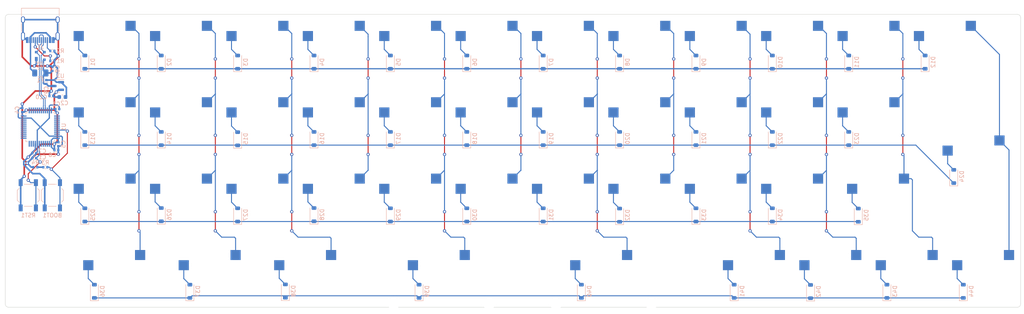
<source format=kicad_pcb>
(kicad_pcb (version 20241229) (generator "pcbnew") (generator_version "9.0")
  (layers (0 "F.Cu" signal) (2 "B.Cu" signal) (13 "F.Paste" user) (15 "B.Paste" user) (5 "F.SilkS" user "F.Silkscreen") (7 "B.SilkS" user "B.Silkscreen") (1 "F.Mask" user) (3 "B.Mask" user) (25 "Edge.Cuts" user))
  (net 0 "")
  (net 1 "+5V")
  (net 2 "GND")
  (net 3 "+3V3")
  (net 4 "NRST")
  (net 5 "VBUS")
  (net 6 "Net-(J1-CC1)")
  (net 7 "ROW0")
  (net 8 "Net-(D1-A)")
  (net 10 "Net-(J1-CC2)")
  (net 12 "BOOT0")
  (net 13 "/C13")
  (net 14 "/C14")
  (net 15 "/C15")
  (net 16 "/F0")
  (net 17 "/F1")
  (net 18 "/B1")
  (net 19 "/B2")
  (net 20 "/B10")
  (net 21 "/B11")
  (net 22 "/B12")
  (net 23 "/B13")
  (net 24 "/B14")
  (net 25 "/B15")
  (net 26 "/A8")
  (net 27 "/B4")
  (net 28 "/B5")
  (net 29 "/B6")
  (net 30 "/B7")
  (net 31 "/A2")
  (net 32 "/A3")
  (net 33 "/A4")
  (net 34 "/A5")
  (net 35 "/A6")
  (net 36 "/A7")
  (net 37 "/B0")
  (net 38 "/B3")
  (net 39 "/B8")
  (net 40 "/B9")
  (net 41 "/A1")
  (net 42 "/A9")
  (net 43 "/A10")
  (net 44 "/A13")
  (net 45 "/A14")
  (net 46 "Net-(R3-Pad2)")
  (net 47 "/A0")
  (net 48 "D+")
  (net 49 "D-")
  (net 50 "Net-(D2-A)")
  (net 51 "Net-(D3-A)")
  (net 52 "Net-(D4-A)")
  (net 53 "Net-(D5-A)")
  (net 54 "Net-(D6-A)")
  (net 55 "Net-(D7-A)")
  (net 56 "Net-(D8-A)")
  (net 57 "Net-(D9-A)")
  (net 58 "Net-(D10-A)")
  (net 59 "Net-(D11-A)")
  (net 60 "Net-(D12-A)")
  (net 61 "Net-(D13-A)")
  (net 62 "Net-(D14-A)")
  (net 63 "ROW1")
  (net 64 "Net-(D15-A)")
  (net 65 "Net-(D16-A)")
  (net 66 "Net-(D17-A)")
  (net 67 "Net-(D18-A)")
  (net 68 "Net-(D19-A)")
  (net 69 "Net-(D20-A)")
  (net 70 "Net-(D21-A)")
  (net 71 "Net-(D22-A)")
  (net 72 "Net-(D23-A)")
  (net 73 "Net-(D24-A)")
  (net 74 "Net-(D25-A)")
  (net 75 "ROW2")
  (net 76 "Net-(D26-A)")
  (net 77 "Net-(D27-A)")
  (net 78 "Net-(D28-A)")
  (net 79 "Net-(D29-A)")
  (net 80 "Net-(D30-A)")
  (net 81 "Net-(D31-A)")
  (net 82 "Net-(D32-A)")
  (net 83 "Net-(D33-A)")
  (net 84 "Net-(D34-A)")
  (net 85 "Net-(D35-A)")
  (net 86 "Net-(D36-A)")
  (net 87 "Net-(D37-A)")
  (net 88 "ROW3")
  (net 89 "Net-(D38-A)")
  (net 90 "Net-(D39-A)")
  (net 91 "Net-(D40-A)")
  (net 92 "Net-(D41-A)")
  (net 93 "Net-(D42-A)")
  (net 94 "Net-(D43-A)")
  (net 95 "Net-(D44-A)")
  (net 96 "COL0")
  (net 97 "COL1")
  (net 98 "COL2")
  (net 99 "COL3")
  (net 100 "COL4")
  (net 101 "COL5")
  (net 102 "COL6")
  (net 103 "COL7")
  (net 104 "COL8")
  (net 105 "COL9")
  (net 106 "COL10")
  (net 107 "COL11")
  (footprint "emptystring:MXOnly-1U-Hotswap" (layer "F.Cu") (at 195.6825 146.03375)
    (property "Reference" "SW18")
    (property "Value" "SW_PUSH")
  )
  (footprint "emptystring:MXOnly-1U-Hotswap" (layer "F.Cu") (at 271.8825 165.08375)
    (property "Reference" "SW34")
    (property "Value" "SW_PUSH")
  )
  (footprint "emptystring:MXOnly-1U-Hotswap" (layer "F.Cu") (at 138.5325 146.03375)
    (property "Reference" "SW15")
    (property "Value" "SW_PUSH")
  )
  (footprint "emptystring:MXOnly-1U-Hotswap" (layer "F.Cu") (at 319.5075 184.13375)
    (property "Reference" "SW44")
    (property "Value" "SW_PUSH")
  )
  (footprint "emptystring:MXOnly-1U-Hotswap" (layer "F.Cu") (at 290.9325 126.98375)
    (property "Reference" "SW11")
    (property "Value" "SW_PUSH")
  )
  (footprint "emptystring:MXOnly-1U-Hotswap" (layer "F.Cu") (at 214.7325 146.03375)
    (property "Reference" "SW19")
    (property "Value" "SW_PUSH")
  )
  (footprint "emptystring:MXOnly-1U-Hotswap" (layer "F.Cu") (at 233.7825 146.03375)
    (property "Reference" "SW20")
    (property "Value" "SW_PUSH")
  )
  (footprint "emptystring:MXOnly-1U-Hotswap" (layer "F.Cu") (at 271.8825 126.98375)
    (property "Reference" "SW10")
    (property "Value" "SW_PUSH")
  )
  (footprint "emptystring:MXOnly-1U-Hotswap" (layer "F.Cu") (at 233.7825 126.98375)
    (property "Reference" "SW8")
    (property "Value" "SW_PUSH")
  )
  (footprint "emptystring:MXOnly-1U-Hotswap" (layer "F.Cu") (at 271.8825 146.03375)
    (property "Reference" "SW22")
    (property "Value" "SW_PUSH")
  )
  (footprint "emptystring:MXOnly-1U-Hotswap" (layer "F.Cu") (at 138.5325 126.98375)
    (property "Reference" "SW3")
    (property "Value" "SW_PUSH")
  )
  (footprint "emptystring:MXOnly-1U-Hotswap" (layer "F.Cu") (at 176.6325 146.03375)
    (property "Reference" "SW17")
    (property "Value" "SW_PUSH")
  )
  (footprint "emptystring:MXOnly-1U-Hotswap" (layer "F.Cu") (at 293.31375 165.08375)
    (property "Reference" "SW35")
    (property "Value" "SW_PUSH")
  )
  (footprint "emptystring:MXOnly-1U-Hotswap" (layer "F.Cu") (at 100.4325 165.08375)
    (property "Reference" "SW25")
    (property "Value" "SW_PUSH")
  )
  (footprint "emptystring:MXOnly-1U-Hotswap" (layer "F.Cu") (at 290.9325 146.03375)
    (property "Reference" "SW23")
    (property "Value" "SW_PUSH")
  )
  (footprint "emptystring:MXOnly-1U-Hotswap" (layer "F.Cu") (at 252.8325 126.98375)
    (property "Reference" "SW9")
    (property "Value" "SW_PUSH")
  )
  (footprint "emptystring:MXOnly-1U-Hotswap" (layer "F.Cu") (at 224.2575 184.13375)
    (property "Reference" "SW40")
    (property "Value" "SW_PUSH")
  )
  (footprint "emptystring:MXOnly-1U-Hotswap" (layer "F.Cu") (at 176.6325 165.08375)
    (property "Reference" "SW29")
    (property "Value" "SW_PUSH")
  )
  (footprint "emptystring:MXOnly-1U-Hotswap" (layer "F.Cu") (at 233.7825 165.08375)
    (property "Reference" "SW32")
    (property "Value" "SW_PUSH")
  )
  (footprint "emptystring:MXOnly-1U-Hotswap" (layer "F.Cu") (at 317.12625 155.55875)
    (property "Reference" "SW24")
    (property "Value" "SW_PUSH")
  )
  (footprint "emptystring:MXOnly-1U-Hotswap" (layer "F.Cu") (at 214.7325 126.98375)
    (property "Reference" "SW7")
    (property "Value" "SW_PUSH")
  )
  (footprint "emptystring:MXOnly-1U-Hotswap" (layer "F.Cu") (at 157.5825 126.98375)
    (property "Reference" "SW4")
    (property "Value" "SW_PUSH")
  )
  (footprint "emptystring:MXOnly-1U-Hotswap" (layer "F.Cu") (at 157.5825 146.03375)
    (property "Reference" "SW16")
    (property "Value" "SW_PUSH")
  )
  (footprint "emptystring:MXOnly-1U-Hotswap" (layer "F.Cu") (at 119.4825 165.08375)
    (property "Reference" "SW26")
    (property "Value" "SW_PUSH")
  )
  (footprint "emptystring:MXOnly-1U-Hotswap" (layer "F.Cu") (at 100.4325 146.03375)
    (property "Reference" "SW13")
    (property "Value" "SW_PUSH")
  )
  (footprint "emptystring:MXOnly-1U-Hotswap" (layer "F.Cu") (at 252.8325 165.08375)
    (property "Reference" "SW33")
    (property "Value" "SW_PUSH")
  )
  (footprint "emptystring:MXOnly-1U-Hotswap" (layer "F.Cu") (at 157.5825 165.08375)
    (property "Reference" "SW28")
    (property "Value" "SW_PUSH")
  )
  (footprint "emptystring:MXOnly-1U-Hotswap" (layer "F.Cu") (at 150.43875 184.13375)
    (property "Reference" "SW38")
    (property "Value" "SW_PUSH")
  )
  (footprint "emptystring:MXOnly-1U-Hotswap" (layer "F.Cu") (at 176.6325 126.98375)
    (property "Reference" "SW5")
    (property "Value" "SW_PUSH")
  )
  (footprint "emptystring:MXOnly-1U-Hotswap" (layer "F.Cu") (at 252.8325 146.03375)
    (property "Reference" "SW21")
    (property "Value" "SW_PUSH")
  )
  (footprint "emptystring:MXOnly-1U-Hotswap" (layer "F.Cu") (at 100.4325 126.98375)
    (property "Reference" "SW1")
    (property "Value" "SW_PUSH")
  )
  (footprint "emptystring:MXOnly-1U-Hotswap" (layer "F.Cu") (at 126.62625 184.13375)
    (property "Reference" "SW37")
    (property "Value" "SW_PUSH")
  )
  (footprint "emptystring:MXOnly-1U-Hotswap" (layer "F.Cu") (at 309.9825 126.98375)
    (property "Reference" "SW12")
    (property "Value" "SW_PUSH")
  )
  (footprint "keyswitches:MX_Stabilizer_2u" (layer "F.Cu") (at 224.2575 184.13375 180)
    (property "Reference" "REF**" (hide yes))
    (property "Value" "SW_Stabilizer" (hide yes))
  )
  (footprint "emptystring:MXOnly-1U-Hotswap" (layer "F.Cu") (at 281.4075 184.13375)
    (property "Reference" "SW42")
    (property "Value" "SW_PUSH")
  )
  (footprint "emptystring:MXOnly-1U-Hotswap" (layer "F.Cu") (at 300.4575 184.13375)
    (property "Reference" "SW43")
    (property "Value" "SW_PUSH")
  )
  (footprint "emptystring:MXOnly-1U-Hotswap" (layer "F.Cu") (at 183.77625 184.13375)
    (property "Reference" "SW39")
    (property "Value" "SW_PUSH")
  )
  (footprint "emptystring:MXOnly-1U-Hotswap" (layer "F.Cu") (at 138.5325 165.08375)
    (property "Reference" "SW27")
    (property "Value" "SW_PUSH")
  )
  (footprint "emptystring:MXOnly-1U-Hotswap" (layer "F.Cu") (at 195.6825 126.98375)
    (property "Reference" "SW6")
    (property "Value" "SW_PUSH")
  )
  (footprint "emptystring:MXOnly-1U-Hotswap" (layer "F.Cu") (at 119.4825 146.03375)
    (property "Reference" "SW14")
    (property "Value" "SW_PUSH")
  )
  (footprint "emptystring:MXOnly-1U-Hotswap" (layer "F.Cu") (at 195.6825 165.08375)
    (property "Reference" "SW30")
    (property "Value" "SW_PUSH")
  )
  (footprint "emptystring:MXOnly-1U-Hotswap" (layer "F.Cu") (at 119.4825 126.98375)
    (property "Reference" "SW2")
    (property "Value" "SW_PUSH")
  )
  (footprint "keyswitches:MX_Stabilizer_2u" (layer "F.Cu") (at 183.77625 184.13375 180)
    (property "Reference" "REF**" (hide yes))
    (property "Value" "SW_Stabilizer" (hide yes))
  )
  (footprint "emptystring:MXOnly-1U-Hotswap" (layer "F.Cu") (at 214.7325 165.08375)
    (property "Reference" "SW31")
    (property "Value" "SW_PUSH")
  )
  (footprint "emptystring:MXOnly-1U-Hotswap" (layer "F.Cu") (at 102.81375 184.13375)
    (property "Reference" "SW36")
    (property "Value" "SW_PUSH")
  )
  (footprint "emptystring:MXOnly-1U-Hotswap" (layer "F.Cu") (at 262.3575 184.13375)
    (property "Reference" "SW41")
    (property "Value" "SW_PUSH")
  )
  (footprint "Diode_SMD:D_SOD-123" (layer "B.Cu") (at 178.22 188.1025 90)
    (property "Reference" "D39")
    (property "Value" "D")
  )
  (footprint "Capacitor_SMD:C_0402_1005Metric" (layer "B.Cu") (at 79.2675 142.90625 90)
    (property "Reference" "C4")
    (property "Value" "100nF")
  )
  (footprint "Package_QFP:LQFP-48_7x7mm_P0.5mm" (layer "B.Cu") (at 83.7675 147.15625 90)
    (property "Reference" "U1")
    (property "Value" "STM32F072CBT6")
  )
  (footprint "Diode_SMD:D_SOD-123" (layer "B.Cu") (at 209.17625 169.0525 90)
    (property "Reference" "D31")
    (property "Value" "D")
  )
  (footprint "Capacitor_SMD:C_0402_1005Metric" (layer "B.Cu") (at 88.0175 142.65625)
    (property "Reference" "C3")
    (property "Value" "100nF")
  )
  (footprint "Diode_SMD:D_SOD-123" (layer "B.Cu") (at 152.02625 130.9525 90)
    (property "Reference" "D4")
    (property "Value" "D")
  )
  (footprint "Diode_SMD:D_SOD-123" (layer "B.Cu") (at 171.07625 150.0025 90)
    (property "Reference" "D17")
    (property "Value" "D")
  )
  (footprint "Button_Switch_SMD:SW_SPST_TL3342" (layer "B.Cu") (at 86.7675 164.15625 -90)
    (property "Reference" "BOOT1")
    (property "Value" "SW_SPST")
  )
  (footprint "Diode_SMD:D_SOD-123" (layer "B.Cu") (at 247.27625 169.0525 90)
    (property "Reference" "D33")
    (property "Value" "D")
  )
  (footprint "Diode_SMD:D_SOD-123" (layer "B.Cu") (at 266.32625 130.9525 90)
    (property "Reference" "D10")
    (property "Value" "D")
  )
  (footprint "Package_TO_SOT_SMD:SOT-143" (layer "B.Cu") (at 83.7675 129.40625)
    (property "Reference" "U2")
    (property "Value" "PRTR5V0U2X")
  )
  (footprint "Diode_SMD:D_SOD-123" (layer "B.Cu") (at 209.17625 130.9525 90)
    (property "Reference" "D7")
    (property "Value" "D")
  )
  (footprint "Capacitor_SMD:C_0402_1005Metric" (layer "B.Cu") (at 88.2675 151.40625 -90)
    (property "Reference" "C5")
    (property "Value" "100nF")
  )
  (footprint "Diode_SMD:D_SOD-123" (layer "B.Cu") (at 256.80125 188.1025 90)
    (property "Reference" "D41")
    (property "Value" "D")
  )
  (footprint "Diode_SMD:D_SOD-123" (layer "B.Cu") (at 304.42625 130.9525 90)
    (property "Reference" "D12")
    (property "Value" "D")
  )
  (footprint "Diode_SMD:D_SOD-123" (layer "B.Cu") (at 190.12625 130.9525 90)
    (property "Reference" "D6")
    (property "Value" "D")
  )
  (footprint "Diode_SMD:D_SOD-123" (layer "B.Cu") (at 94.87625 130.9525 90)
    (property "Reference" "D1")
    (property "Value" "D")
  )
  (footprint "Diode_SMD:D_SOD-123" (layer "B.Cu") (at 266.32625 150.0025 90)
    (property "Reference" "D22")
    (property "Value" "D")
  )
  (footprint "Diode_SMD:D_SOD-123" (layer "B.Cu") (at 171.07625 169.0525 90)
    (property "Reference" "D29")
    (property "Value" "D")
  )
  (footprint "Button_Switch_SMD:SW_SPST_TL3342" (layer "B.Cu") (at 80.7675 164.15625 90)
    (property "Reference" "RST1")
    (property "Value" "SW_SPST")
  )
  (footprint "Diode_SMD:D_SOD-123" (layer "B.Cu") (at 247.27625 130.9525 90)
    (property "Reference" "D9")
    (property "Value" "D")
  )
  (footprint "Diode_SMD:D_SOD-123" (layer "B.Cu") (at 287.7575 169.115 90)
    (property "Reference" "D35")
    (property "Value" "D")
  )
  (footprint "Diode_SMD:D_SOD-123" (layer "B.Cu") (at 209.17625 150.0025 90)
    (property "Reference" "D19")
    (property "Value" "D")
  )
  (footprint "Diode_SMD:D_SOD-123" (layer "B.Cu") (at 152.02625 150.0025 90)
    (property "Reference" "D16")
    (property "Value" "D")
  )
  (footprint "Diode_SMD:D_SOD-123" (layer "B.Cu") (at 113.92625 130.9525 90)
    (property "Reference" "D2")
    (property "Value" "D")
  )
  (footprint "Diode_SMD:D_SOD-123" (layer "B.Cu") (at 311.57 159.465 90)
    (property "Reference" "D24")
    (property "Value" "D")
  )
  (footprint "Diode_SMD:D_SOD-123" (layer "B.Cu") (at 285.37625 150.0025 90)
    (property "Reference" "D23")
    (property "Value" "D")
  )
  (footprint "Package_TO_SOT_SMD:SOT-23" (layer "B.Cu") (at 88.0175 136.90625 180)
    (property "Reference" "U3")
    (property "Value" "XC6206PxxxMR-Regulator_Linear")
  )
  (footprint "Capacitor_SMD:C_0402_1005Metric" (layer "B.Cu") (at 87.7675 152.90625)
    (property "Reference" "C6")
    (property "Value" "100nF")
  )
  (footprint "Diode_SMD:D_SOD-123" (layer "B.Cu") (at 152.02625 168.99 90)
    (property "Reference" "D28")
    (property "Value" "D")
  )
  (footprint "Diode_SMD:D_SOD-123" (layer "B.Cu") (at 228.22625 169.115 90)
    (property "Reference" "D32")
    (property "Value" "D")
  )
  (footprint "Resistor_SMD:R_0402_1005Metric" (layer "B.Cu") (at 86.7675 130.65625 180)
    (property "Reference" "R1")
    (property "Value" "5.1k")
  )
  (footprint "Diode_SMD:D_SOD-123" (layer "B.Cu") (at 132.97625 150.065 90)
    (property "Reference" "D15")
    (property "Value" "D")
  )
  (footprint "Diode_SMD:D_SOD-123" (layer "B.Cu") (at 247.27625 150.0025 90)
    (property "Reference" "D21")
    (property "Value" "D")
  )
  (footprint "Capacitor_SMD:C_0402_1005Metric" (layer "B.Cu") (at 86.5175 139.40625 180)
    (property "Reference" "C10")
    (property "Value" "1uF")
  )
  (footprint "Fuse:Fuse_1206_3216Metric" (layer "B.Cu") (at 83.7675 133.65625)
    (property "Reference" "F1")
    (property "Value" "500mA")
  )
  (footprint "Diode_SMD:D_SOD-123" (layer "B.Cu") (at 313.95125 188.1025 90)
    (property "Reference" "D44")
    (property "Value" "D")
  )
  (footprint "Diode_SMD:D_SOD-123" (layer "B.Cu") (at 228.22625 130.9525 90)
    (property "Reference" "D8")
    (property "Value" "D")
  )
  (footprint "Diode_SMD:D_SOD-123" (layer "B.Cu") (at 121.07 188.1025 90)
    (property "Reference" "D37")
    (property "Value" "D")
  )
  (footprint "Diode_SMD:D_SOD-123" (layer "B.Cu") (at 218.70125 188.1025 90)
    (property "Reference" "D40")
    (property "Value" "D")
  )
  (footprint "Capacitor_SMD:C_0402_1005Metric" (layer "B.Cu") (at 85.2675 135.90625 90)
    (property "Reference" "C9")
    (property "Value" "1uF")
  )
  (footprint "Diode_SMD:D_SOD-123" (layer "B.Cu") (at 144.8825 188.04 90)
    (property "Reference" "D38")
    (property "Value" "D")
  )
  (footprint "Diode_SMD:D_SOD-123" (layer "B.Cu") (at 94.87625 169.0525 90)
    (property "Reference" "D25")
    (property "Value" "D")
  )
  (footprint "Diode_SMD:D_SOD-123" (layer "B.Cu") (at 113.92625 168.99 90)
    (property "Reference" "D26")
    (property "Value" "D")
  )
  (footprint "Capacitor_SMD:C_0402_1005Metric" (layer "B.Cu") (at 82.254077 154.892827 180)
    (property "Reference" "C1")
    (property "Value" "100nF")
  )
  (footprint "Resistor_SMD:R_0402_1005Metric" (layer "B.Cu") (at 82.5175 157.15625 180)
    (property "Reference" "R4")
    (property "Value" "5.1k")
  )
  (footprint "Diode_SMD:D_SOD-123" (layer "B.Cu") (at 275.85125 188.165 90)
    (property "Reference" "D42")
    (property "Value" "D")
  )
  (footprint "Diode_SMD:D_SOD-123" (layer "B.Cu") (at 94.87625 150.0025 90)
    (property "Reference" "D13")
    (property "Value" "D")
  )
  (footprint "Capacitor_SMD:C_0402_1005Metric" (layer "B.Cu") (at 82.254077 153.642827)
    (property "Reference" "C7")
    (property "Value" "100nF")
  )
  (footprint "Diode_SMD:D_SOD-123" (layer "B.Cu") (at 266.32625 169.0525 90)
    (property "Reference" "D34")
    (property "Value" "D")
  )
  (footprint "Diode_SMD:D_SOD-123" (layer "B.Cu") (at 294.90125 188.1025 90)
    (property "Reference" "D43")
    (property "Value" "D")
  )
  (footprint "Diode_SMD:D_SOD-123" (layer "B.Cu") (at 132.97625 169.0525 90)
    (property "Reference" "D27")
    (property "Value" "D")
  )
  (footprint "Resistor_SMD:R_0402_1005Metric" (layer "B.Cu") (at 86.7675 128.15625)
    (property "Reference" "R2")
    (property "Value" "5.1k")
  )
  (footprint "Diode_SMD:D_SOD-123" (layer "B.Cu") (at 171.07625 130.9525 90)
    (property "Reference" "D5")
    (property "Value" "D")
  )
  (footprint "Diode_SMD:D_SOD-123" (layer "B.Cu") (at 132.97625 130.9525 90)
    (property "Reference" "D3")
    (property "Value" "D")
  )
  (footprint "Diode_SMD:D_SOD-123" (layer "B.Cu") (at 97.2575 188.1025 90)
    (property "Reference" "D36")
    (property "Value" "D")
  )
  (footprint "Connector_USB:USB_C_Receptacle_HRO_TYPE-C-31-M-12" (layer "B.Cu") (at 83.7675 121.40625)
    (property "Reference" "J1")
    (property "Value" "USB_C_Receptacle_USB2.0")
  )
  (footprint "Resistor_SMD:R_0402_1005Metric" (layer "B.Cu") (at 85.0175 157.15625 180)
    (property "Reference" "R3")
    (property "Value" "5.1k")
  )
  (footprint "Capacitor_SMD:C_0603_1608Metric" (layer "B.Cu") (at 89.2675 139.65625)
    (property "Reference" "C2")
    (property "Value" "10uF")
  )
  (footprint "Capacitor_SMD:C_0402_1005Metric" (layer "B.Cu") (at 86.7675 132.65625 90)
    (property "Reference" "C8")
    (property "Value" "100nF")
  )
  (footprint "Diode_SMD:D_SOD-123" (layer "B.Cu") (at 190.12625 169.0525 90)
    (property "Reference" "D30")
    (property "Value" "D")
  )
  (footprint "Diode_SMD:D_SOD-123" (layer "B.Cu") (at 228.22625 150.0025 90)
    (property "Reference" "D20")
    (property "Value" "D")
  )
  (footprint "Diode_SMD:D_SOD-123" (layer "B.Cu") (at 113.92625 150.0025 90)
    (property "Reference" "D14")
    (property "Value" "D")
  )
  (footprint "Diode_SMD:D_SOD-123" (layer "B.Cu") (at 285.37625 130.9525 90)
    (property "Reference" "D11")
    (property "Value" "D")
  )
  (footprint "Diode_SMD:D_SOD-123" (layer "B.Cu") (at 190.12625 150.0025 90)
    (property "Reference" "D18")
    (property "Value" "D")
  )
  (gr_line (start 75.0325 119.84) (end 75.03255 191.2775) (stroke (width 0.1)) (layer "Edge.Cuts"))
  (gr_line (start 328.23875 191.2775) (end 328.23875 119.84) (stroke (width 0.1)) (layer "Edge.Cuts"))
  (gr_line (start 75.82625 192.071249) (end 327.445 192.07125) (stroke (width 0.1)) (layer "Edge.Cuts"))
  (gr_arc (start 75.82625 192.07125) (mid 75.264984 191.838766) (end 75.0325 191.2775) (stroke (width 0.1)) (layer "Edge.Cuts"))
  (gr_arc (start 328.23875 191.2775) (mid 328.006266 191.838766) (end 327.445 192.07125) (stroke (width 0.1)) (layer "Edge.Cuts"))
  (gr_line (start 327.445 119.04625) (end 75.82625 119.04625) (stroke (width 0.1)) (layer "Edge.Cuts"))
  (gr_arc (start 75.0325 119.84) (mid 75.264981 119.278716) (end 75.82625 119.04625) (stroke (width 0.1)) (layer "Edge.Cuts"))
  (gr_arc (start 327.445 119.04625) (mid 328.006266 119.278734) (end 328.23875 119.84) (stroke (width 0.1)) (layer "Edge.Cuts"))
  (segment (start 84.5175 136.15625) (end 84.5175 134.30625) (width 0.4) (layer "B.Cu") (net 1))
  (segment (start 84.5175 130.60625) (end 84.7675 130.35625) (width 0.4) (layer "B.Cu") (net 1))
  (segment (start 86.2475 133.65625) (end 86.7675 133.13625) (width 0.4) (layer "B.Cu") (net 1))
  (segment (start 87.08 136.90625) (end 85.7875 136.90625) (width 0.4) (layer "B.Cu") (net 1))
  (segment (start 84.5175 133.00625) (end 84.5175 130.60625) (width 0.4) (layer "B.Cu") (net 1))
  (segment (start 85.1675 133.65625) (end 84.5175 133.00625) (width 0.4) (layer "B.Cu") (net 1))
  (segment (start 85.7875 136.90625) (end 85.2675 136.38625) (width 0.4) (layer "B.Cu") (net 1))
  (segment (start 84.5175 134.30625) (end 85.1675 133.65625) (width 0.4) (layer "B.Cu") (net 1))
  (segment (start 85.1675 133.65625) (end 86.2475 133.65625) (width 0.4) (layer "B.Cu") (net 1))
  (segment (start 85.2675 136.38625) (end 84.7475 136.38625) (width 0.4) (layer "B.Cu") (net 1))
  (segment (start 84.7475 136.38625) (end 84.5175 136.15625) (width 0.4) (layer "B.Cu") (net 1))
  (segment (start 80.504077 156.142827) (end 79.7675 156.879404) (width 0.4) (layer "F.Cu") (net 2))
  (segment (start 86.5175 132.40625) (end 86.0175 131.90625) (width 0.4) (layer "F.Cu") (net 2))
  (segment (start 79.7675 156.879404) (end 79.7675 159.40625) (width 0.4) (layer "F.Cu") (net 2))
  (segment (start 79.2675 141.40625) (end 79.2675 154.90625) (width 0.4) (layer "F.Cu") (net 2))
  (segment (start 79.2675 141.40625) (end 82.5175 138.15625) (width 0.4) (layer "F.Cu") (net 2))
  (segment (start 85.5175 131.90625) (end 86.0175 131.90625) (width 0.4) (layer "F.Cu") (net 2))
  (segment (start 88.2675 129.65625) (end 86.0175 131.90625) (width 0.4) (layer "F.Cu") (net 2))
  (segment (start 88.2675 129.40625) (end 88.2675 129.65625) (width 0.4) (layer "F.Cu") (net 2))
  (segment (start 82.740654 153.90625) (end 80.504077 156.142827) (width 0.4) (layer "F.Cu") (net 2))
  (segment (start 82.5175 138.15625) (end 86.5175 138.15625) (width 0.4) (layer "F.Cu") (net 2))
  (segment (start 79.2675 124.71625) (end 79.2675 129.65625) (width 0.4) (layer "F.Cu") (net 2))
  (segment (start 86.5175 138.15625) (end 86.5175 132.40625) (width 0.4) (layer "F.Cu") (net 2))
  (segment (start 79.2675 129.65625) (end 81.5175 131.90625) (width 0.4) (layer "F.Cu") (net 2))
  (segment (start 88.2675 153.90625) (end 82.740654 153.90625) (width 0.4) (layer "F.Cu") (net 2))
  (segment (start 81.5175 131.90625) (end 82.2675 131.90625) (width 0.4) (layer "F.Cu") (net 2))
  (segment (start 79.2675 154.90625) (end 80.504077 156.142827) (width 0.4) (layer "F.Cu") (net 2))
  (segment (start 88.2675 129.40625) (end 88.2675 124.71625) (width 0.4) (layer "F.Cu") (net 2))
  (segment (start 82.2675 131.90625) (end 85.5175 131.90625) (width 0.4) (layer "F.Cu") (net 2))
  (via (at 80.504077 156.142827) (size 0.8) (drill 0.4) (layers "F.Cu" "B.Cu") (net 2))
  (via (at 86.5175 138.15625) (size 0.8) (drill 0.4) (layers "F.Cu" "B.Cu") (net 2))
  (via (at 85.5175 131.90625) (size 0.8) (drill 0.4) (layers "F.Cu" "B.Cu") (net 2))
  (via (at 88.2675 129.40625) (size 0.8) (drill 0.4) (layers "F.Cu" "B.Cu") (net 2))
  (via (at 88.2675 153.90625) (size 0.8) (drill 0.4) (layers "F.Cu" "B.Cu") (net 2))
  (via (at 79.2675 141.40625) (size 0.8) (drill 0.4) (layers "F.Cu" "B.Cu") (net 2))
  (via (at 82.2675 131.90625) (size 0.8) (drill 0.4) (layers "F.Cu" "B.Cu") (net 2))
  (via (at 79.7675 159.40625) (size 0.8) (drill 0.4) (layers "F.Cu" "B.Cu") (net 2))
  (segment (start 88.0875 124.53625) (end 88.0875 120.35625) (width 0.4) (layer "B.Cu") (net 2))
  (segment (start 78.2675 142.90625) (end 78.7475 142.42625) (width 0.3) (layer "B.Cu") (net 2))
  (segment (start 88.4975 142.13625) (end 88.4975 142.65625) (width 0.3) (layer "B.Cu") (net 2))
  (segment (start 82.734077 153.760383) (end 82.734077 153.642827) (width 0.4) (layer "B.Cu") (net 2))
  (segment (start 83.0175 151.31875) (end 83.0175 153.359404) (width 0.3) (layer "B.Cu") (net 2))
  (segment (start 90.2675 137.26875) (end 88.955 135.95625) (width 0.4) (layer "B.Cu") (net 2))
  (segment (start 88.2475 152.90625) (end 88.2675 153.90625) (width 0.4) (layer "B.Cu") (net 2))
  (segment (start 88.955 135.95625) (end 87.7975 135.95625) (width 0.4) (layer "B.Cu") (net 2))
  (segment (start 83.0175 151.31875) (end 83.0175 147.90625) (width 0.3) (layer "B.Cu") (net 2))
  (segment (start 79.4475 120.35625) (end 79.4475 124.53625) (width 0.4) (layer "B.Cu") (net 2))
  (segment (start 83.0175 147.90625) (end 83.7675 147.15625) (width 0.3) (layer "B.Cu") (net 2))
  (segment (start 86.0175 142.99375) (end 86.0175 144.90625) (width 0.3) (layer "B.Cu") (net 2))
  (segment (start 87.2775 130.39625) (end 87.2775 130.65625) (width 0.4) (layer "B.Cu") (net 2))
  (segment (start 79.605 144.90625) (end 81.5175 144.90625) (width 0.3) (layer "B.Cu") (net 2))
  (segment (start 88.2675 129.40625) (end 87.2775 128.41625) (width 0.4) (layer "B.Cu") (net 2))
  (segment (start 86.5175 138.15625) (end 86.0375 138.63625) (width 0.4) (layer "B.Cu") (net 2))
  (segment (start 87.93 149.40625) (end 89.0175 149.40625) (width 0.3) (layer "B.Cu") (net 2))
  (segment (start 79.7675 159.40625) (end 78.8675 160.30625) (width 0.4) (layer "B.Cu") (net 2))
  (segment (start 87.7975 135.95625) (end 87.2675 135.42625) (width 0.4) (layer "B.Cu") (net 2))
  (segment (start 88.2675 151.88625) (end 88.2675 152.88625) (width 0.4) (layer "B.Cu") (net 2))
  (segment (start 82.2675 131.90625) (end 82.7675 131.40625) (width 0.4) (layer "B.Cu") (net 2))
  (segment (start 79.2675 142.42625) (end 79.2675 141.40625) (width 0.4) (layer "B.Cu") (net 2))
  (segment (start 89.2675 149.65625) (end 89.2675 151.40625) (width 0.3) (layer "B.Cu") (net 2))
  (segment (start 90.2675 139.43125) (end 90.2675 137.26875) (width 0.4) (layer "B.Cu") (net 2))
  (segment (start 83.7675 147.15625) (end 86.0175 149.40625) (width 0.3) (layer "B.Cu") (net 2))
  (segment (start 88.7875 151.88625) (end 88.2675 151.88625) (width 0.3) (layer "B.Cu") (net 2))
  (segment (start 83.0175 153.359404) (end 82.734077 153.642827) (width 0.3) (layer "B.Cu") (net 2))
  (segment (start 78.8675 160.30625) (end 78.8675 161.00625) (width 0.4) (layer "B.Cu") (net 2))
  (segment (start 87.0175 125.45125) (end 87.1725 125.45125) (width 0.4) (layer "B.Cu") (net 2))
  (segment (start 81.774077 154.892827) (end 81.774077 154.720383) (width 0.4) (layer "B.Cu") (net 2))
  (segment (start 78.8675 161.00625) (end 78.8675 167.30625) (width 0.4) (layer "B.Cu") (net 2))
  (segment (start 88.0875 120.35625) (end 79.4475 120.35625) (width 0.4) (layer "B.Cu") (net 2))
  (segment (start 86.0175 144.90625) (end 83.7675 147.15625) (width 0.3) (layer "B.Cu") (net 2))
  (segment (start 87.1725 125.45125) (end 88.0875 124.53625) (width 0.4) (layer "B.Cu") (net 2))
  (segment (start 85.5175 131.90625) (end 86.4975 131.90625) (width 0.4) (layer "B.Cu") (net 2))
  (segment (start 78.7475 142.42625) (end 79.2675 142.42625) (width 0.3) (layer "B.Cu") (net 2))
  (segment (start 81.754077 154.892827) (end 80.504077 156.142827) (width 0.4) (layer "B.Cu") (net 2))
  (segment (start 82.7675 131.40625) (end 82.7675 130.15625) (width 0.4) (layer "B.Cu") (net 2))
  (segment (start 81.5175 144.90625) (end 83.7675 147.15625) (width 0.3) (layer "B.Cu") (net 2))
  (segment (start 82.0075 157.15625) (end 81.5175 157.15625) (width 0.4) (layer "B.Cu") (net 2))
  (segment (start 78.2675 144.65625) (end 78.2675 142.90625) (width 0.3) (layer "B.Cu") (net 2))
  (segment (start 87.2775 131.66625) (end 88.0175 132.40625) (width 0.4) (layer "B.Cu") (net 2))
  (segment (start 88.0175 134.67625) (end 87.2675 135.42625) (width 0.4) (layer "B.Cu") (net 2))
  (segment (start 86.4975 131.90625) (end 86.7675 132.17625) (width 0.4) (layer "B.Cu") (net 2))
  (segment (start 87.2775 131.66625) (end 87.2775 130.65625) (width 0.4) (layer "B.Cu") (net 2))
  (segment (start 87.2775 128.41625) (end 87.2775 128.15625) (width 0.4) (layer "B.Cu") (net 2))
  (segment (start 79.4475 124.53625) (end 80.3625 125.45125) (width 0.4) (layer "B.Cu") (net 2))
  (segment (start 89.2675 151.40625) (end 88.7875 151.88625) (width 0.3) (layer "B.Cu") (net 2))
  (segment (start 80.3625 125.45125) (end 80.5175 125.45125) (width 0.4) (layer "B.Cu") (net 2))
  (segment (start 85.2675 135.42625) (end 87.2675 135.42625) (width 0.4) (layer "B.Cu") (net 2))
  (segment (start 89.0175 149.40625) (end 89.2675 149.65625) (width 0.3) (layer "B.Cu") (net 2))
  (segment (start 86.2675 141.65625) (end 88.0175 141.65625) (width 0.3) (layer "B.Cu") (net 2))
  (segment (start 79.605 144.90625) (end 78.5175 144.90625) (width 0.3) (layer "B.Cu") (net 2))
  (segment (start 86.0175 141.90625) (end 86.2675 141.65625) (width 0.3) (layer "B.Cu") (net 2))
  (segment (start 88.0175 132.40625) (end 88.0175 134.67625) (width 0.4) (layer "B.Cu") (net 2))
  (segment (start 81.5175 157.15625) (end 80.504077 156.142827) (width 0.4) (layer "B.Cu") (net 2))
  (segment (start 88.2675 129.40625) (end 87.2775 130.39625) (width 0.4) (layer "B.Cu") (net 2))
  (segment (start 78.5175 144.90625) (end 78.2675 144.65625) (width 0.3) (layer "B.Cu") (net 2))
  (segment (start 86.0175 149.40625) (end 87.93 149.40625) (width 0.3) (layer "B.Cu") (net 2))
  (segment (start 86.0375 138.63625) (end 86.0375 139.40625) (width 0.4) (layer "B.Cu") (net 2))
  (segment (start 88.0175 141.65625) (end 88.4975 142.13625) (width 0.3) (layer "B.Cu") (net 2))
  (segment (start 86.0175 142.99375) (end 86.0175 141.90625) (width 0.3) (layer "B.Cu") (net 2))
  (segment (start 81.774077 154.720383) (end 82.734077 153.760383) (width 0.4) (layer "B.Cu") (net 2))
  (segment (start 86.7675 132.17625) (end 87.2775 131.66625) (width 0.4) (layer "B.Cu") (net 2))
  (segment (start 88.0175 143.65625) (end 88.0175 150.65625) (width 0.4) (layer "F.Cu") (net 3))
  (segment (start 88.0175 143.65625) (end 87.2675 142.90625) (width 0.4) (layer "F.Cu") (net 3))
  (segment (start 88.0175 150.65625) (end 87.2675 151.40625) (width 0.4) (layer "F.Cu") (net 3))
  (segment (start 87.2675 142.90625) (end 86.5175 142.90625) (width 0.4) (layer "F.Cu") (net 3))
  (segment (start 80.754077 154.642827) (end 83.990654 151.40625) (width 0.4) (layer "F.Cu") (net 3))
  (segment (start 87.2675 138.90625) (end 87.2675 142.90625) (width 0.4) (layer "F.Cu") (net 3))
  (segment (start 83.990654 151.40625) (end 87.2675 151.40625) (width 0.4) (layer "F.Cu") (net 3))
  (segment (start 87.7675 138.40625) (end 87.2675 138.90625) (width 0.4) (layer "F.Cu") (net 3))
  (segment (start 80.2675 142.90625) (end 86.5175 142.90625) (width 0.4) (layer "F.Cu") (net 3))
  (via (at 80.754077 154.642827) (size 0.8) (drill 0.4) (layers "F.Cu" "B.Cu") (net 3))
  (via (at 88.0175 143.65625) (size 0.8) (drill 0.4) (layers "F.Cu" "B.Cu") (net 3))
  (via (at 80.2675 142.90625) (size 0.8) (drill 0.4) (layers "F.Cu" "B.Cu") (net 3))
  (via (at 87.2675 151.40625) (size 0.8) (drill 0.4) (layers "F.Cu" "B.Cu") (net 3))
  (via (at 87.7675 138.40625) (size 0.8) (drill 0.4) (layers "F.Cu" "B.Cu") (net 3))
  (segment (start 86.5175 142.99375) (end 86.855 142.65625) (width 0.3) (layer "B.Cu") (net 3))
  (segment (start 87.2875 151.42625) (end 87.2875 152.90625) (width 0.4) (layer "B.Cu") (net 3))
  (segment (start 81.754077 153.642827) (end 80.754077 154.642827) (width 0.4) (layer "B.Cu") (net 3))
  (segment (start 88.0175 143.65625) (end 87.5375 143.17625) (width 0.4) (layer "B.Cu") (net 3))
  (segment (start 79.646577 155.750327) (end 80.754077 154.642827) (width 0.4) (layer "B.Cu") (net 3))
  (segment (start 88.955 137.85625) (end 88.3175 137.85625) (width 0.4) (layer "B.Cu") (net 3))
  (segment (start 87.2875 152.90625) (end 86.5175 152.13625) (width 0.3) (layer "B.Cu") (net 3))
  (segment (start 87.7475 150.92625) (end 88.2675 150.92625) (width 0.4) (layer "B.Cu") (net 3))
  (segment (start 79.2675 143.38625) (end 79.7875 143.38625) (width 0.4) (layer "B.Cu") (net 3))
  (segment (start 86.5175 152.13625) (end 86.5175 151.31875) (width 0.3) (layer "B.Cu") (net 3))
  (segment (start 87.5375 143.17625) (end 87.5375 142.65625) (width 0.4) (layer "B.Cu") (net 3))
  (segment (start 86.855 142.65625) (end 87.5375 142.65625) (width 0.3) (layer "B.Cu") (net 3))
  (segment (start 84.8675 161.00625) (end 84.8675 160.00625) (width 0.4) (layer "B.Cu") (net 3))
  (segment (start 84.8675 161.00625) (end 84.8675 167.30625) (width 0.4) (layer "B.Cu") (net 3))
  (segment (start 86.9975 139.17625) (end 86.9975 139.40625) (width 0.4) (layer "B.Cu") (net 3))
  (segment (start 88.3175 137.85625) (end 86.9975 139.17625) (width 0.4) (layer "B.Cu") (net 3))
  (segment (start 87.93 149.90625) (end 87.0175 149.90625) (width 0.3) (layer "B.Cu") (net 3))
  (segment (start 87.2475 139.65625) (end 88.4925 139.65625) (width 0.4) (layer "B.Cu") (net 3))
  (segment (start 82.5175 152.65625) (end 81.774077 153.399673) (width 0.3) (layer "B.Cu") (net 3))
  (segment (start 87.0175 149.90625) (end 86.5175 150.40625) (width 0.3) (layer "B.Cu") (net 3))
  (segment (start 84.8675 160.00625) (end 83.6175 158.75625) (width 0.4) (layer "B.Cu") (net 3))
  (segment (start 87.2675 151.40625) (end 87.7475 150.92625) (width 0.4) (layer "B.Cu") (net 3))
  (segment (start 82.5175 151.31875) (end 82.5175 152.65625) (width 0.3) (layer "B.Cu") (net 3))
  (segment (start 83.6175 158.75625) (end 81.8675 158.75625) (width 0.4) (layer "B.Cu") (net 3))
  (segment (start 86.5175 150.40625) (end 86.5175 151.31875) (width 0.3) (layer "B.Cu") (net 3))
  (segment (start 79.646577 156.535327) (end 79.646577 155.750327) (width 0.4) (layer "B.Cu") (net 3))
  (segment (start 81.774077 153.399673) (end 81.774077 153.642827) (width 0.3) (layer "B.Cu") (net 3))
  (segment (start 88.3175 137.85625) (end 87.7675 138.40625) (width 0.4) (layer "B.Cu") (net 3))
  (segment (start 87.2675 151.40625) (end 87.2875 151.42625) (width 0.4) (layer "B.Cu") (net 3))
  (segment (start 81.8675 158.75625) (end 79.646577 156.535327) (width 0.4) (layer "B.Cu") (net 3))
  (segment (start 79.2675 144.06875) (end 79.2675 143.38625) (width 0.3) (layer "B.Cu") (net 3))
  (segment (start 79.7875 143.38625) (end 80.2675 142.90625) (width 0.4) (layer "B.Cu") (net 3))
  (segment (start 79.605 144.40625) (end 79.2675 144.06875) (width 0.3) (layer "B.Cu") (net 3))
  (segment (start 88.2675 150.24375) (end 87.93 149.90625) (width 0.3) (layer "B.Cu") (net 3))
  (segment (start 88.2675 150.92625) (end 88.2675 150.24375) (width 0.3) (layer "B.Cu") (net 3))
  (segment (start 80.7675 158.80625) (end 83.7175 155.85625) (width 0.25) (layer "F.Cu") (net 4))
  (segment (start 80.7675 160.40625) (end 80.7675 158.80625) (width 0.25) (layer "F.Cu") (net 4))
  (via (at 80.7675 160.40625) (size 0.8) (drill 0.4) (layers "F.Cu" "B.Cu") (net 4))
  (via (at 83.7175 155.85625) (size 0.8) (drill 0.4) (layers "F.Cu" "B.Cu") (net 4))
  (segment (start 82.6675 161.00625) (end 82.6675 167.30625) (width 0.25) (layer "B.Cu") (net 4))
  (segment (start 82.6675 161.00625) (end 81.3675 161.00625) (width 0.25) (layer "B.Cu") (net 4))
  (segment (start 83.5175 154.109404) (end 82.734077 154.892827) (width 0.25) (layer "B.Cu") (net 4))
  (segment (start 81.3675 161.00625) (end 80.7675 160.40625) (width 0.25) (layer "B.Cu") (net 4))
  (segment (start 83.5175 151.31875) (end 83.5175 154.109404) (width 0.25) (layer "B.Cu") (net 4))
  (segment (start 82.734077 154.892827) (end 83.6975 155.85625) (width 0.25) (layer "B.Cu") (net 4))
  (segment (start 83.6975 155.85625) (end 83.7175 155.85625) (width 0.25) (layer "B.Cu") (net 4))
  (segment (start 85.215667 123.65625) (end 82.323516 123.65625) (width 0.4) (layer "B.Cu") (net 5))
  (segment (start 81.3175 132.60625) (end 82.3675 133.65625) (width 0.35) (layer "B.Cu") (net 5))
  (segment (start 86.2175 125.45125) (end 86.2175 124.662266) (width 0.4) (layer "B.Cu") (net 5))
  (segment (start 85.215667 123.660433) (end 85.215667 123.65625) (width 0.4) (layer "B.Cu") (net 5))
  (segment (start 81.3175 125.45125) (end 81.3175 132.60625) (width 0.35) (layer "B.Cu") (net 5))
  (segment (start 86.2175 124.662266) (end 85.215667 123.660433) (width 0.4) (layer "B.Cu") (net 5))
  (segment (start 81.3175 124.662266) (end 81.3175 125.45125) (width 0.4) (layer "B.Cu") (net 5))
  (segment (start 82.323516 123.65625) (end 81.3175 124.662266) (width 0.4) (layer "B.Cu") (net 5))
  (segment (start 86.2675 129.40625) (end 84.7675 129.40625) (width 0.25) (layer "F.Cu") (net 6))
  (segment (start 84.7675 129.40625) (end 82.5175 127.15625) (width 0.25) (layer "F.Cu") (net 6))
  (via (at 86.2675 129.40625) (size 0.8) (drill 0.4) (layers "F.Cu" "B.Cu") (net 6))
  (via (at 82.5175 127.15625) (size 0.8) (drill 0.4) (layers "F.Cu" "B.Cu") (net 6))
  (segment (start 86.2575 130.65625) (end 86.2575 129.41625) (width 0.25) (layer "B.Cu") (net 6))
  (segment (start 86.2575 129.41625) (end 86.2675 129.40625) (width 0.25) (layer "B.Cu") (net 6))
  (segment (start 82.5175 127.15625) (end 82.5175 125.45125) (width 0.25) (layer "B.Cu") (net 6))
  (segment (start 94.87625 132.6025) (end 304.42625 132.6025) (width 0.3) (layer "B.Cu") (net 7))
  (segment (start 93.3475 127.77375) (end 94.87625 129.3025) (width 0.25) (layer "B.Cu") (net 8))
  (segment (start 93.3475 124.44375) (end 93.3475 127.77375) (width 0.25) (layer "B.Cu") (net 8))
  (segment (start 85.5175 125.45125) (end 85.5175 127.41625) (width 0.25) (layer "B.Cu") (net 10))
  (segment (start 85.5175 127.41625) (end 86.2575 128.15625) (width 0.25) (layer "B.Cu") (net 10))
  (segment (start 90.5175 153.65625) (end 86.5175 157.65625) (width 0.25) (layer "F.Cu") (net 12))
  (segment (start 90.5175 148.15625) (end 90.5175 153.65625) (width 0.25) (layer "F.Cu") (net 12))
  (via (at 90.5175 148.15625) (size 0.8) (drill 0.4) (layers "F.Cu" "B.Cu") (net 12))
  (via (at 86.5175 157.65625) (size 0.8) (drill 0.4) (layers "F.Cu" "B.Cu") (net 12))
  (segment (start 87.93 147.90625) (end 90.2675 147.90625) (width 0.25) (layer "B.Cu") (net 12))
  (segment (start 88.6675 159.80625) (end 86.5175 157.65625) (width 0.25) (layer "B.Cu") (net 12))
  (segment (start 88.6675 161.00625) (end 88.6675 167.30625) (width 0.25) (layer "B.Cu") (net 12))
  (segment (start 88.6675 161.00625) (end 88.6675 159.80625) (width 0.25) (layer "B.Cu") (net 12))
  (segment (start 86.5175 157.65625) (end 86.0175 157.15625) (width 0.25) (layer "B.Cu") (net 12))
  (segment (start 86.0175 157.15625) (end 85.5275 157.15625) (width 0.25) (layer "B.Cu") (net 12))
  (segment (start 90.2675 147.90625) (end 90.5175 148.15625) (width 0.25) (layer "B.Cu") (net 12))
  (segment (start 83.0275 157.15625) (end 84.5075 157.15625) (width 0.4) (layer "B.Cu") (net 46))
  (segment (start 84.2675 124.15625) (end 83.7675 124.15625) (width 0.2) (layer "B.Cu") (net 48))
  (segment (start 83.7675 124.15625) (end 83.5175 124.40625) (width 0.2) (layer "B.Cu") (net 48))
  (segment (start 84.9925 139.96985) (end 84.9925 141.862499) (width 0.2) (layer "B.Cu") (net 48))
  (segment (start 84.0175 127.15625) (end 84.0175 127.70625) (width 0.2) (layer "B.Cu") (net 48))
  (segment (start 83.5175 124.40625) (end 83.5175 125.45125) (width 0.2) (layer "B.Cu") (net 48))
  (segment (start 84.5175 124.40625) (end 84.2675 124.15625) (width 0.2) (layer "B.Cu") (net 48))
  (segment (start 84.7675 128.50625) (end 83.9925 129.28125) (width 0.2) (layer "B.Cu") (net 48))
  (segment (start 84.0175 127.70625) (end 84.7675 128.45625) (width 0.2) (layer "B.Cu") (net 48))
  (segment (start 84.9925 141.862499) (end 85.0175 141.887499) (width 0.2) (layer "B.Cu") (net 48))
  (segment (start 83.9925 138.96985) (end 84.9925 139.96985) (width 0.2) (layer "B.Cu") (net 48))
  (segment (start 84.5175 125.45125) (end 84.5175 124.40625) (width 0.2) (layer "B.Cu") (net 48))
  (segment (start 83.9925 129.28125) (end 83.9925 138.96985) (width 0.2) (layer "B.Cu") (net 48))
  (segment (start 84.5175 126.65625) (end 84.0175 127.15625) (width 0.2) (layer "B.Cu") (net 48))
  (segment (start 84.5175 125.45125) (end 84.5175 126.65625) (width 0.2) (layer "B.Cu") (net 48))
  (segment (start 85.0175 141.887499) (end 85.0175 142.99375) (width 0.2) (layer "B.Cu") (net 48))
  (segment (start 83.5175 127.70625) (end 83.5175 126.65625) (width 0.2) (layer "B.Cu") (net 49))
  (segment (start 83.2675 126.65625) (end 83.0175 126.40625) (width 0.2) (layer "B.Cu") (net 49))
  (segment (start 84.5425 140.15625) (end 84.5425 141.862499) (width 0.2) (layer "B.Cu") (net 49))
  (segment (start 82.7675 128.45625) (end 83.5175 127.70625) (width 0.2) (layer "B.Cu") (net 49))
  (segment (start 84.5425 141.862499) (end 84.5175 141.887499) (width 0.2) (layer "B.Cu") (net 49))
  (segment (start 83.5425 139.15625) (end 84.5425 140.15625) (width 0.2) (layer "B.Cu") (net 49))
  (segment (start 82.7675 128.50625) (end 83.5425 129.28125) (width 0.2) (layer "B.Cu") (net 49))
  (segment (start 83.5425 139.15625) (end 83.5425 129.28125) (width 0.2) (layer "B.Cu") (net 49))
  (segment (start 83.0175 126.40625) (end 83.0175 125.45125) (width 0.2) (layer "B.Cu") (net 49))
  (segment (start 84.0175 125.45125) (end 84.0175 126.40625) (width 0.2) (layer "B.Cu") (net 49))
  (segment (start 84.5175 141.887499) (end 84.5175 142.99375) (width 0.2) (layer "B.Cu") (net 49))
  (segment (start 84.0175 126.40625) (end 83.7675 126.65625) (width 0.2) (layer "B.Cu") (net 49))
  (segment (start 83.5175 126.65625) (end 83.2675 126.65625) (width 0.2) (layer "B.Cu") (net 49))
  (segment (start 83.7675 126.65625) (end 83.5175 126.65625) (width 0.2) (layer "B.Cu") (net 49))
  (segment (start 112.3975 127.77375) (end 113.92625 129.3025) (width 0.25) (layer "B.Cu") (net 50))
  (segment (start 112.3975 124.44375) (end 112.3975 127.77375) (width 0.25) (layer "B.Cu") (net 50))
  (segment (start 131.4475 124.44375) (end 131.4475 127.77375) (width 0.25) (layer "B.Cu") (net 51))
  (segment (start 131.4475 127.77375) (end 132.97625 129.3025) (width 0.25) (layer "B.Cu") (net 51))
  (segment (start 150.4975 127.77375) (end 152.02625 129.3025) (width 0.25) (layer "B.Cu") (net 52))
  (segment (start 150.4975 124.44375) (end 150.4975 127.77375) (width 0.25) (layer "B.Cu") (net 52))
  (segment (start 169.5475 127.77375) (end 171.07625 129.3025) (width 0.25) (layer "B.Cu") (net 53))
  (segment (start 169.5475 124.44375) (end 169.5475 127.77375) (width 0.25) (layer "B.Cu") (net 53))
  (segment (start 188.5975 127.77375) (end 190.12625 129.3025) (width 0.25) (layer "B.Cu") (net 54))
  (segment (start 188.5975 124.44375) (end 188.5975 127.77375) (width 0.25) (layer "B.Cu") (net 54))
  (segment (start 207.6475 127.77375) (end 209.17625 129.3025) (width 0.25) (layer "B.Cu") (net 55))
  (segment (start 207.6475 124.44375) (end 207.6475 127.77375) (width 0.25) (layer "B.Cu") (net 55))
  (segment (start 226.6975 127.77375) (end 228.22625 129.3025) (width 0.25) (layer "B.Cu") (net 56))
  (segment (start 226.6975 124.44375) (end 226.6975 127.77375) (width 0.25) (layer "B.Cu") (net 56))
  (segment (start 245.7475 127.77375) (end 247.27625 129.3025) (width 0.25) (layer "B.Cu") (net 57))
  (segment (start 245.7475 124.44375) (end 245.7475 127.77375) (width 0.25) (layer "B.Cu") (net 57))
  (segment (start 264.7975 124.44375) (end 264.7975 127.77375) (width 0.25) (layer "B.Cu") (net 58))
  (segment (start 264.7975 127.77375) (end 266.32625 129.3025) (width 0.25) (layer "B.Cu") (net 58))
  (segment (start 283.8475 127.77375) (end 285.37625 129.3025) (width 0.25) (layer "B.Cu") (net 59))
  (segment (start 283.8475 124.44375) (end 283.8475 127.77375) (width 0.25) (layer "B.Cu") (net 59))
  (segment (start 302.8975 124.44375) (end 302.8975 127.77375) (width 0.25) (layer "B.Cu") (net 60))
  (segment (start 302.8975 127.77375) (end 304.42625 129.3025) (width 0.25) (layer "B.Cu") (net 60))
  (segment (start 93.3475 146.82375) (end 94.87625 148.3525) (width 0.25) (layer "B.Cu") (net 61))
  (segment (start 93.3475 143.49375) (end 93.3475 146.82375) (width 0.25) (layer "B.Cu") (net 61))
  (segment (start 112.3975 143.49375) (end 112.3975 146.82375) (width 0.25) (layer "B.Cu") (net 62))
  (segment (start 112.3975 146.82375) (end 113.92625 148.3525) (width 0.25) (layer "B.Cu") (net 62))
  (segment (start 302.1075 151.6525) (end 311.57 161.115) (width 0.25) (layer "B.Cu") (net 63))
  (segment (start 94.87625 151.6525) (end 285.37625 151.6525) (width 0.25) (layer "B.Cu") (net 63))
  (segment (start 285.37625 151.6525) (end 302.1075 151.6525) (width 0.25) (layer "B.Cu") (net 63))
  (segment (start 131.4475 143.49375) (end 131.4475 146.88625) (width 0.25) (layer "B.Cu") (net 64))
  (segment (start 131.4475 146.88625) (end 132.97625 148.415) (width 0.25) (layer "B.Cu") (net 64))
  (segment (start 150.4975 143.49375) (end 150.4975 146.82375) (width 0.25) (layer "B.Cu") (net 65))
  (segment (start 150.4975 146.82375) (end 152.02625 148.3525) (width 0.25) (layer "B.Cu") (net 65))
  (segment (start 169.5475 143.49375) (end 169.5475 146.82375) (width 0.25) (layer "B.Cu") (net 66))
  (segment (start 169.5475 146.82375) (end 171.07625 148.3525) (width 0.25) (layer "B.Cu") (net 66))
  (segment (start 188.5975 143.49375) (end 188.5975 146.82375) (width 0.25) (layer "B.Cu") (net 67))
  (segment (start 188.5975 146.82375) (end 190.12625 148.3525) (width 0.25) (layer "B.Cu") (net 67))
  (segment (start 207.6475 143.49375) (end 207.6475 146.82375) (width 0.25) (layer "B.Cu") (net 68))
  (segment (start 207.6475 146.82375) (end 209.17625 148.3525) (width 0.25) (layer "B.Cu") (net 68))
  (segment (start 226.6975 143.49375) (end 226.6975 146.82375) (width 0.25) (layer "B.Cu") (net 69))
  (segment (start 226.6975 146.82375) (end 228.22625 148.3525) (width 0.25) (layer "B.Cu") (net 69))
  (segment (start 245.7475 143.49375) (end 245.7475 146.82375) (width 0.25) (layer "B.Cu") (net 70))
  (segment (start 245.7475 146.82375) (end 247.27625 148.3525) (width 0.25) (layer "B.Cu") (net 70))
  (segment (start 264.7975 143.49375) (end 264.7975 146.82375) (width 0.25) (layer "B.Cu") (net 71))
  (segment (start 264.7975 146.82375) (end 266.32625 148.3525) (width 0.25) (layer "B.Cu") (net 71))
  (segment (start 283.8475 143.49375) (end 283.8475 146.82375) (width 0.25) (layer "B.Cu") (net 72))
  (segment (start 283.8475 146.82375) (end 285.37625 148.3525) (width 0.25) (layer "B.Cu") (net 72))
  (segment (start 310.04125 156.28625) (end 311.57 157.815) (width 0.25) (layer "B.Cu") (net 73))
  (segment (start 310.04125 153.01875) (end 310.04125 156.28625) (width 0.25) (layer "B.Cu") (net 73))
  (segment (start 93.3475 162.54375) (end 93.3475 165.87375) (width 0.25) (layer "B.Cu") (net 74))
  (segment (start 93.3475 165.87375) (end 94.87625 167.4025) (width 0.25) (layer "B.Cu") (net 74))
  (segment (start 94.87625 170.7025) (end 287.695 170.7025) (width 0.25) (layer "B.Cu") (net 75))
  (segment (start 287.695 170.7025) (end 287.7575 170.765) (width 0.25) (layer "B.Cu") (net 75))
  (segment (start 112.3975 165.81125) (end 113.92625 167.34) (width 0.25) (layer "B.Cu") (net 76))
  (segment (start 112.3975 162.54375) (end 112.3975 165.81125) (width 0.25) (layer "B.Cu") (net 76))
  (segment (start 131.4475 165.87375) (end 132.97625 167.4025) (width 0.25) (layer "B.Cu") (net 77))
  (segment (start 131.4475 162.54375) (end 131.4475 165.87375) (width 0.25) (layer "B.Cu") (net 77))
  (segment (start 150.4975 162.54375) (end 150.4975 165.81125) (width 0.25) (layer "B.Cu") (net 78))
  (segment (start 150.4975 165.81125) (end 152.02625 167.34) (width 0.25) (layer "B.Cu") (net 78))
  (segment (start 169.5475 162.54375) (end 169.5475 165.87375) (width 0.25) (layer "B.Cu") (net 79))
  (segment (start 169.5475 165.87375) (end 171.07625 167.4025) (width 0.25) (layer "B.Cu") (net 79))
  (segment (start 188.5975 165.87375) (end 190.12625 167.4025) (width 0.25) (layer "B.Cu") (net 80))
  (segment (start 188.5975 162.54375) (end 188.5975 165.87375) (width 0.25) (layer "B.Cu") (net 80))
  (segment (start 207.6475 162.54375) (end 207.6475 165.87375) (width 0.25) (layer "B.Cu") (net 81))
  (segment (start 207.6475 165.87375) (end 209.17625 167.4025) (width 0.25) (layer "B.Cu") (net 81))
  (segment (start 226.6975 162.54375) (end 226.6975 165.93625) (width 0.25) (layer "B.Cu") (net 82))
  (segment (start 226.6975 165.93625) (end 228.22625 167.465) (width 0.25) (layer "B.Cu") (net 82))
  (segment (start 245.7475 162.54375) (end 245.7475 165.87375) (width 0.25) (layer "B.Cu") (net 83))
  (segment (start 245.7475 165.87375) (end 247.27625 167.4025) (width 0.25) (layer "B.Cu") (net 83))
  (segment (start 264.7975 162.54375) (end 264.7975 165.87375) (width 0.25) (layer "B.Cu") (net 84))
  (segment (start 264.7975 165.87375) (end 266.32625 167.4025) (width 0.25) (layer "B.Cu") (net 84))
  (segment (start 286.22875 162.54375) (end 286.22875 165.93625) (width 0.25) (layer "B.Cu") (net 85))
  (segment (start 286.22875 165.93625) (end 287.7575 167.465) (width 0.25) (layer "B.Cu") (net 85))
  (segment (start 95.72875 184.92375) (end 97.2575 186.4525) (width 0.25) (layer "B.Cu") (net 86))
  (segment (start 95.72875 181.59375) (end 95.72875 184.92375) (width 0.25) (layer "B.Cu") (net 86))
  (segment (start 119.54125 184.92375) (end 121.07 186.4525) (width 0.25) (layer "B.Cu") (net 87))
  (segment (start 119.54125 181.59375) (end 119.54125 184.92375) (width 0.25) (layer "B.Cu") (net 87))
  (segment (start 177.68625 189.21875) (end 178.22 189.7525) (width 0.25) (layer "B.Cu") (net 88))
  (segment (start 121.07 189.7525) (end 121.60375 189.21875) (width 0.25) (layer "B.Cu") (net 88))
  (segment (start 178.75375 189.21875) (end 218.1675 189.21875) (width 0.25) (layer "B.Cu") (net 88))
  (segment (start 219.235 189.21875) (end 256.2675 189.21875) (width 0.25) (layer "B.Cu") (net 88))
  (segment (start 97.2575 189.7525) (end 121.07 189.7525) (width 0.25) (layer "B.Cu") (net 88))
  (segment (start 218.70125 189.7525) (end 219.235 189.21875) (width 0.25) (layer "B.Cu") (net 88))
  (segment (start 256.80125 189.7525) (end 313.95125 189.7525) (width 0.25) (layer "B.Cu") (net 88))
  (segment (start 256.2675 189.21875) (end 256.80125 189.7525) (width 0.25) (layer "B.Cu") (net 88))
  (segment (start 178.22 189.7525) (end 178.75375 189.21875) (width 0.25) (layer "B.Cu") (net 88))
  (segment (start 121.60375 189.21875) (end 177.68625 189.21875) (width 0.25) (layer "B.Cu") (net 88))
  (segment (start 218.1675 189.21875) (end 218.70125 189.7525) (width 0.25) (layer "B.Cu") (net 88))
  (segment (start 143.35375 181.59375) (end 143.35375 184.86125) (width 0.25) (layer "B.Cu") (net 89))
  (segment (start 143.35375 184.86125) (end 144.8825 186.39) (width 0.25) (layer "B.Cu") (net 89))
  (segment (start 176.69125 184.92375) (end 178.22 186.4525) (width 0.25) (layer "B.Cu") (net 90))
  (segment (start 176.69125 181.59375) (end 176.69125 184.92375) (width 0.25) (layer "B.Cu") (net 90))
  (segment (start 217.1725 181.59375) (end 217.1725 184.92375) (width 0.25) (layer "B.Cu") (net 91))
  (segment (start 217.1725 184.92375) (end 218.70125 186.4525) (width 0.25) (layer "B.Cu") (net 91))
  (segment (start 255.2725 181.59375) (end 255.2725 184.92375) (width 0.25) (layer "B.Cu") (net 92))
  (segment (start 255.2725 184.92375) (end 256.80125 186.4525) (width 0.25) (layer "B.Cu") (net 92))
  (segment (start 274.3225 184.98625) (end 275.85125 186.515) (width 0.25) (layer "B.Cu") (net 93))
  (segment (start 274.3225 181.59375) (end 274.3225 184.98625) (width 0.25) (layer "B.Cu") (net 93))
  (segment (start 293.3725 184.92375) (end 294.90125 186.4525) (width 0.25) (layer "B.Cu") (net 94))
  (segment (start 293.3725 181.59375) (end 293.3725 184.92375) (width 0.25) (layer "B.Cu") (net 94))
  (segment (start 312.4225 181.59375) (end 312.4225 184.92375) (width 0.25) (layer "B.Cu") (net 95))
  (segment (start 312.4225 184.92375) (end 313.95125 186.4525) (width 0.25) (layer "B.Cu") (net 95))
  (segment (start 108.37 130.15875) (end 108.37 134.92125) (width 0.25) (layer "F.Cu") (net 96))
  (segment (start 108.37 149.20875) (end 108.37 153.97125) (width 0.25) (layer "F.Cu") (net 96))
  (segment (start 108.37 168.25875) (end 108.37 173.02125) (width 0.25) (layer "F.Cu") (net 96))
  (via (at 108.37 130.15875) (size 0.8) (drill 0.4) (layers "F.Cu" "B.Cu") (net 96))
  (via (at 108.37 173.02125) (size 0.8) (drill 0.4) (layers "F.Cu" "B.Cu") (net 96))
  (via (at 108.37 149.20875) (size 0.8) (drill 0.4) (layers "F.Cu" "B.Cu") (net 96))
  (via (at 108.37 134.92125) (size 0.8) (drill 0.4) (layers "F.Cu" "B.Cu") (net 96))
  (via (at 108.37 153.97125) (size 0.8) (drill 0.4) (layers "F.Cu" "B.Cu") (net 96))
  (via (at 108.37 168.25875) (size 0.8) (drill 0.4) (layers "F.Cu" "B.Cu") (net 96))
  (segment (start 108.65575 173.307) (end 108.37 173.02125) (width 0.25) (layer "B.Cu") (net 96))
  (segment (start 108.65575 179.05375) (end 108.65575 173.307) (width 0.25) (layer "B.Cu") (net 96))
  (segment (start 108.37 134.92125) (end 108.37 138.89) (width 0.25) (layer "B.Cu") (net 96))
  (segment (start 106.2745 140.95375) (end 106.30625 140.95375) (width 0.25) (layer "B.Cu") (net 96))
  (segment (start 108.37 138.89) (end 108.37 149.20875) (width 0.25) (layer "B.Cu") (net 96))
  (segment (start 106.2745 160.00375) (end 106.30625 160.00375) (width 0.25) (layer "B.Cu") (net 96))
  (segment (start 108.37 157.94) (end 108.37 168.25875) (width 0.25) (layer "B.Cu") (net 96))
  (segment (start 106.30625 140.95375) (end 108.37 138.89) (width 0.25) (layer "B.Cu") (net 96))
  (segment (start 108.37 153.97125) (end 108.37 157.94) (width 0.25) (layer "B.Cu") (net 96))
  (segment (start 108.37 123.80875) (end 108.37 130.15875) (width 0.25) (layer "B.Cu") (net 96))
  (segment (start 106.465 121.90375) (end 108.37 123.80875) (width 0.25) (layer "B.Cu") (net 96))
  (segment (start 108.65575 179.05375) (end 108.6875 179.05375) (width 0.25) (layer "B.Cu") (net 96))
  (segment (start 106.2745 121.90375) (end 106.465 121.90375) (width 0.25) (layer "B.Cu") (net 96))
  (segment (start 106.30625 160.00375) (end 108.37 157.94) (width 0.25) (layer "B.Cu") (net 96))
  (segment (start 127.42 149.20875) (end 127.42 153.97125) (width 0.25) (layer "F.Cu") (net 97))
  (segment (start 127.42 130.15875) (end 127.42 134.92125) (width 0.25) (layer "F.Cu") (net 97))
  (segment (start 127.42 168.25875) (end 127.42 173.02125) (width 0.25) (layer "F.Cu") (net 97))
  (via (at 127.42 173.02125) (size 0.8) (drill 0.4) (layers "F.Cu" "B.Cu") (net 97))
  (via (at 127.42 134.92125) (size 0.8) (drill 0.4) (layers "F.Cu" "B.Cu") (net 97))
  (via (at 127.42 153.97125) (size 0.8) (drill 0.4) (layers "F.Cu" "B.Cu") (net 97))
  (via (at 127.42 130.15875) (size 0.8) (drill 0.4) (layers "F.Cu" "B.Cu") (net 97))
  (via (at 127.42 149.20875) (size 0.8) (drill 0.4) (layers "F.Cu" "B.Cu") (net 97))
  (via (at 127.42 168.25875) (size 0.8) (drill 0.4) (layers "F.Cu" "B.Cu") (net 97))
  (segment (start 132.46825 174.8945) (end 132.46825 179.05375) (width 0.25) (layer "B.Cu") (net 97))
  (segment (start 125.3245 140.95375) (end 125.35625 140.95375) (width 0.25) (layer "B.Cu") (net 97))
  (segment (start 125.3245 160.00375) (end 125.35625 160.00375) (width 0.25) (layer "B.Cu") (net 97))
  (segment (start 129.0075 174.60875) (end 132.1825 174.60875) (width 0.25) (layer "B.Cu") (net 97))
  (segment (start 125.35625 140.95375) (end 127.42 138.89) (width 0.25) (layer "B.Cu") (net 97))
  (segment (start 127.42 138.89) (end 127.42 149.20875) (width 0.25) (layer "B.Cu") (net 97))
  (segment (start 127.42 173.02125) (end 129.0075 174.60875) (width 0.25) (layer "B.Cu") (net 97))
  (segment (start 127.42 123.80875) (end 127.42 130.15875) (width 0.25) (layer "B.Cu") (net 97))
  (segment (start 125.3245 121.90375) (end 125.515 121.90375) (width 0.25) (layer "B.Cu") (net 97))
  (segment (start 127.42 157.94) (end 127.42 168.25875) (width 0.25) (layer "B.Cu") (net 97))
  (segment (start 125.515 121.90375) (end 127.42 123.80875) (width 0.25) (layer "B.Cu") (net 97))
  (segment (start 127.42 134.92125) (end 127.42 138.89) (width 0.25) (layer "B.Cu") (net 97))
  (segment (start 125.35625 160.00375) (end 127.42 157.94) (width 0.25) (layer "B.Cu") (net 97))
  (segment (start 132.1825 174.60875) (end 132.46825 174.8945) (width 0.25) (layer "B.Cu") (net 97))
  (segment (start 127.42 153.97125) (end 127.42 157.94) (width 0.25) (layer "B.Cu") (net 97))
  (segment (start 146.47 149.20875) (end 146.47 153.97125) (width 0.25) (layer "F.Cu") (net 98))
  (segment (start 146.47 130.15875) (end 146.47 134.92125) (width 0.25) (layer "F.Cu") (net 98))
  (segment (start 146.47 168.25875) (end 146.47 173.02125) (width 0.25) (layer "F.Cu") (net 98))
  (via (at 146.47 173.02125) (size 0.8) (drill 0.4) (layers "F.Cu" "B.Cu") (net 98))
  (via (at 146.47 134.92125) (size 0.8) (drill 0.4) (layers "F.Cu" "B.Cu") (net 98))
  (via (at 146.47 149.20875) (size 0.8) (drill 0.4) (layers "F.Cu" "B.Cu") (net 98))
  (via (at 146.47 153.97125) (size 0.8) (drill 0.4) (layers "F.Cu" "B.Cu") (net 98))
  (via (at 146.47 168.25875) (size 0.8) (drill 0.4) (layers "F.Cu" "B.Cu") (net 98))
  (via (at 146.47 130.15875) (size 0.8) (drill 0.4) (layers "F.Cu" "B.Cu") (net 98))
  (segment (start 146.47 173.02125) (end 148.0575 174.60875) (width 0.25) (layer "B.Cu") (net 98))
  (segment (start 148.0575 174.60875) (end 155.995 174.60875) (width 0.25) (layer "B.Cu") (net 98))
  (segment (start 146.47 157.94) (end 146.47 168.25875) (width 0.25) (layer "B.Cu") (net 98))
  (segment (start 146.47 123.80875) (end 146.47 130.15875) (width 0.25) (layer "B.Cu") (net 98))
  (segment (start 144.565 121.90375) (end 146.47 123.80875) (width 0.25) (layer "B.Cu") (net 98))
  (segment (start 156.28075 174.8945) (end 156.28075 179.05375) (width 0.25) (layer "B.Cu") (net 98))
  (segment (start 144.40625 160.00375) (end 146.47 157.94) (width 0.25) (layer "B.Cu") (net 98))
  (segment (start 144.3745 121.90375) (end 144.565 121.90375) (width 0.25) (layer "B.Cu") (net 98))
  (segment (start 144.3745 140.95375) (end 144.40625 140.95375) (width 0.25) (layer "B.Cu") (net 98))
  (segment (start 155.995 174.60875) (end 156.28075 174.8945) (width 0.25) (layer "B.Cu") (net 98))
  (segment (start 146.47 134.92125) (end 146.47 138.89) (width 0.25) (layer "B.Cu") (net 98))
  (segment (start 146.47 153.97125) (end 146.47 157.94) (width 0.25) (layer "B.Cu") (net 98))
  (segment (start 144.40625 140.95375) (end 146.47 138.89) (width 0.25) (layer "B.Cu") (net 98))
  (segment (start 144.3745 160.00375) (end 144.40625 160.00375) (width 0.25) (layer "B.Cu") (net 98))
  (segment (start 146.47 138.89) (end 146.47 149.20875) (width 0.25) (layer "B.Cu") (net 98))
  (segment (start 165.52 130.15875) (end 165.52 134.92125) (width 0.25) (layer "F.Cu") (net 99))
  (segment (start 165.52 149.20875) (end 165.52 153.97125) (width 0.25) (layer "F.Cu") (net 99))
  (via (at 165.52 130.15875) (size 0.8) (drill 0.4) (layers "F.Cu" "B.Cu") (net 99))
  (via (at 165.52 134.92125) (size 0.8) (drill 0.4) (layers "F.Cu" "B.Cu") (net 99))
  (via (at 165.52 153.97125) (size 0.8) (drill 0.4) (layers "F.Cu" "B.Cu") (net 99))
  (via (at 165.52 149.20875) (size 0.8) (drill 0.4) (layers "F.Cu" "B.Cu") (net 99))
  (segment (start 165.52 153.97125) (end 165.52 157.94) (width 0.25) (layer "B.Cu") (net 99))
  (segment (start 165.52 138.89) (end 165.52 149.20875) (width 0.25) (layer "B.Cu") (net 99))
  (segment (start 165.48825 157.94) (end 163.4245 160.00375) (width 0.25) (layer "B.Cu") (net 99))
  (segment (start 165.52 123.99925) (end 165.52 124.6025) (width 0.25) (layer "B.Cu") (net 99))
  (segment (start 163.4245 121.90375) (end 165.52 123.99925) (width 0.25) (layer "B.Cu") (net 99))
  (segment (start 163.45625 140.95375) (end 165.52 138.89) (width 0.25) (layer "B.Cu") (net 99))
  (segment (start 165.52 157.94) (end 165.48825 157.94) (width 0.25) (layer "B.Cu") (net 99))
  (segment (start 163.4245 140.95375) (end 163.45625 140.95375) (width 0.25) (layer "B.Cu") (net 99))
  (segment (start 165.52 134.92125) (end 165.52 138.89) (width 0.25) (layer "B.Cu") (net 99))
  (segment (start 165.52 124.6025) (end 165.52 130.15875) (width 0.25) (layer "B.Cu") (net 99))
  (segment (start 184.57 149.20875) (end 184.57 153.97125) (width 0.25) (layer "F.Cu") (net 100))
  (segment (start 184.57 130.15875) (end 184.57 134.92125) (width 0.25) (layer "F.Cu") (net 100))
  (segment (start 184.57 168.25875) (end 184.57 173.02125) (width 0.25) (layer "F.Cu") (net 100))
  (via (at 184.57 130.15875) (size 0.8) (drill 0.4) (layers "F.Cu" "B.Cu") (net 100))
  (via (at 184.57 134.92125) (size 0.8) (drill 0.4) (layers "F.Cu" "B.Cu") (net 100))
  (via (at 184.57 173.02125) (size 0.8) (drill 0.4) (layers "F.Cu" "B.Cu") (net 100))
  (via (at 184.57 168.25875) (size 0.8) (drill 0.4) (layers "F.Cu" "B.Cu") (net 100))
  (via (at 184.57 149.20875) (size 0.8) (drill 0.4) (layers "F.Cu" "B.Cu") (net 100))
  (via (at 184.57 153.97125) (size 0.8) (drill 0.4) (layers "F.Cu" "B.Cu") (net 100))
  (segment (start 184.57 157.94) (end 184.57 168.25875) (width 0.25) (layer "B.Cu") (net 100))
  (segment (start 184.57 134.92125) (end 184.57 138.89) (width 0.25) (layer "B.Cu") (net 100))
  (segment (start 182.665 121.90375) (end 184.57 123.80875) (width 0.25) (layer "B.Cu") (net 100))
  (segment (start 184.57 123.80875) (end 184.57 130.15875) (width 0.25) (layer "B.Cu") (net 100))
  (segment (start 184.57 173.02125) (end 186.1575 174.60875) (width 0.25) (layer "B.Cu") (net 100))
  (segment (start 182.50625 140.95375) (end 184.57 138.89) (width 0.25) (layer "B.Cu") (net 100))
  (segment (start 182.4745 160.00375) (end 184.53825 157.94) (width 0.25) (layer "B.Cu") (net 100))
  (segment (start 184.57 138.89) (end 184.57 149.20875) (width 0.25) (layer "B.Cu") (net 100))
  (segment (start 182.4745 140.95375) (end 182.50625 140.95375) (width 0.25) (layer "B.Cu") (net 100))
  (segment (start 184.53825 157.94) (end 184.57 157.94) (width 0.25) (layer "B.Cu") (net 100))
  (segment (start 189.3325 174.60875) (end 189.61825 174.8945) (width 0.25) (layer "B.Cu") (net 100))
  (segment (start 189.61825 174.8945) (end 189.61825 179.05375) (width 0.25) (layer "B.Cu") (net 100))
  (segment (start 182.4745 121.90375) (end 182.665 121.90375) (width 0.25) (layer "B.Cu") (net 100))
  (segment (start 186.1575 174.60875) (end 189.3325 174.60875) (width 0.25) (layer "B.Cu") (net 100))
  (segment (start 184.57 153.97125) (end 184.57 157.94) (width 0.25) (layer "B.Cu") (net 100))
  (segment (start 203.62 130.15875) (end 203.62 134.92125) (width 0.25) (layer "F.Cu") (net 101))
  (segment (start 203.62 149.20875) (end 203.62 153.97125) (width 0.25) (layer "F.Cu") (net 101))
  (via (at 203.62 134.92125) (size 0.8) (drill 0.4) (layers "F.Cu" "B.Cu") (net 101))
  (via (at 203.62 153.97125) (size 0.8) (drill 0.4) (layers "F.Cu" "B.Cu") (net 101))
  (via (at 203.62 149.20875) (size 0.8) (drill 0.4) (layers "F.Cu" "B.Cu") (net 101))
  (via (at 203.62 130.15875) (size 0.8) (drill 0.4) (layers "F.Cu" "B.Cu") (net 101))
  (segment (start 201.55625 140.95375) (end 203.62 138.89) (width 0.25) (layer "B.Cu") (net 101))
  (segment (start 203.58825 157.94) (end 201.5245 160.00375) (width 0.25) (layer "B.Cu") (net 101))
  (segment (start 203.62 123.80875) (end 203.62 130.15875) (width 0.25) (layer "B.Cu") (net 101))
  (segment (start 203.62 138.89) (end 203.62 149.20875) (width 0.25) (layer "B.Cu") (net 101))
  (segment (start 201.715 121.90375) (end 203.62 123.80875) (width 0.25) (layer "B.Cu") (net 101))
  (segment (start 201.5245 140.95375) (end 201.55625 140.95375) (width 0.25) (layer "B.Cu") (net 101))
  (segment (start 203.62 157.94) (end 203.58825 157.94) (width 0.25) (layer "B.Cu") (net 101))
  (segment (start 203.62 134.92125) (end 203.62 138.89) (width 0.25) (layer "B.Cu") (net 101))
  (segment (start 203.62 153.97125) (end 203.62 157.94) (width 0.25) (layer "B.Cu") (net 101))
  (segment (start 201.5245 121.90375) (end 201.715 121.90375) (width 0.25) (layer "B.Cu") (net 101))
  (segment (start 222.67 130.15875) (end 222.67 134.92125) (width 0.25) (layer "F.Cu") (net 102))
  (segment (start 222.67 149.20875) (end 222.67 153.97125) (width 0.25) (layer "F.Cu") (net 102))
  (segment (start 222.67 168.25875) (end 222.67 173.02125) (width 0.25) (layer "F.Cu") (net 102))
  (via (at 222.67 153.97125) (size 0.8) (drill 0.4) (layers "F.Cu" "B.Cu") (net 102))
  (via (at 222.67 173.02125) (size 0.8) (drill 0.4) (layers "F.Cu" "B.Cu") (net 102))
  (via (at 222.67 134.92125) (size 0.8) (drill 0.4) (layers "F.Cu" "B.Cu") (net 102))
  (via (at 222.67 168.25875) (size 0.8) (drill 0.4) (layers "F.Cu" "B.Cu") (net 102))
  (via (at 222.67 130.15875) (size 0.8) (drill 0.4) (layers "F.Cu" "B.Cu") (net 102))
  (via (at 222.67 149.20875) (size 0.8) (drill 0.4) (layers "F.Cu" "B.Cu") (net 102))
  (segment (start 230.0995 174.8945) (end 230.0995 179.05375) (width 0.25) (layer "B.Cu") (net 102))
  (segment (start 222.67 157.94) (end 222.67 168.25875) (width 0.25) (layer "B.Cu") (net 102))
  (segment (start 222.67 153.97125) (end 222.67 157.94) (width 0.25) (layer "B.Cu") (net 102))
  (segment (start 220.5745 160.00375) (end 222.63825 157.94) (width 0.25) (layer "B.Cu") (net 102))
  (segment (start 222.67 138.89) (end 222.67 149.20875) (width 0.25) (layer "B.Cu") (net 102))
  (segment (start 222.67 173.02125) (end 224.2575 174.60875) (width 0.25) (layer "B.Cu") (net 102))
  (segment (start 220.765 121.90375) (end 222.67 123.80875) (width 0.25) (layer "B.Cu") (net 102))
  (segment (start 220.5745 140.95375) (end 220.60625 140.95375) (width 0.25) (layer "B.Cu") (net 102))
  (segment (start 222.67 134.92125) (end 222.67 138.89) (width 0.25) (layer "B.Cu") (net 102))
  (segment (start 224.2575 174.60875) (end 229.81375 174.60875) (width 0.25) (layer "B.Cu") (net 102))
  (segment (start 222.63825 157.94) (end 222.67 157.94) (width 0.25) (layer "B.Cu") (net 102))
  (segment (start 222.67 123.80875) (end 222.67 130.15875) (width 0.25) (layer "B.Cu") (net 102))
  (segment (start 220.60625 140.95375) (end 222.67 138.89) (width 0.25) (layer "B.Cu") (net 102))
  (segment (start 229.81375 174.60875) (end 230.0995 174.8945) (width 0.25) (layer "B.Cu") (net 102))
  (segment (start 220.5745 121.90375) (end 220.765 121.90375) (width 0.25) (layer "B.Cu") (net 102))
  (segment (start 241.72 130.15875) (end 241.72 134.92125) (width 0.25) (layer "F.Cu") (net 103))
  (segment (start 241.72 149.20875) (end 241.72 153.97125) (width 0.25) (layer "F.Cu") (net 103))
  (via (at 241.72 149.20875) (size 0.8) (drill 0.4) (layers "F.Cu" "B.Cu") (net 103))
  (via (at 241.72 130.15875) (size 0.8) (drill 0.4) (layers "F.Cu" "B.Cu") (net 103))
  (via (at 241.72 153.97125) (size 0.8) (drill 0.4) (layers "F.Cu" "B.Cu") (net 103))
  (via (at 241.72 134.92125) (size 0.8) (drill 0.4) (layers "F.Cu" "B.Cu") (net 103))
  (segment (start 239.65625 160.00375) (end 241.72 157.94) (width 0.25) (layer "B.Cu") (net 103))
  (segment (start 241.72 157.94) (end 241.72 153.97125) (width 0.25) (layer "B.Cu") (net 103))
  (segment (start 239.6245 140.95375) (end 239.65625 140.95375) (width 0.25) (layer "B.Cu") (net 103))
  (segment (start 239.6245 121.90375) (end 239.815 121.90375) (width 0.25) (layer "B.Cu") (net 103))
  (segment (start 239.815 121.90375) (end 241.72 123.80875) (width 0.25) (layer "B.Cu") (net 103))
  (segment (start 239.65625 140.95375) (end 241.72 138.89) (width 0.25) (layer "B.Cu") (net 103))
  (segment (start 241.72 134.92125) (end 241.72 138.89) (width 0.25) (layer "B.Cu") (net 103))
  (segment (start 241.72 123.80875) (end 241.72 130.15875) (width 0.25) (layer "B.Cu") (net 103))
  (segment (start 241.72 138.89) (end 241.72 149.20875) (width 0.25) (layer "B.Cu") (net 103))
  (segment (start 239.6245 160.00375) (end 239.65625 160.00375) (width 0.25) (layer "B.Cu") (net 103))
  (segment (start 260.77 168.25875) (end 260.77 173.02125) (width 0.25) (layer "F.Cu") (net 104))
  (segment (start 260.77 149.20875) (end 260.77 153.97125) (width 0.25) (layer "F.Cu") (net 104))
  (segment (start 260.77 130.15875) (end 260.77 134.92125) (width 0.25) (layer "F.Cu") (net 104))
  (via (at 260.77 168.25875) (size 0.8) (drill 0.4) (layers "F.Cu" "B.Cu") (net 104))
  (via (at 260.77 134.92125) (size 0.8) (drill 0.4) (layers "F.Cu" "B.Cu") (net 104))
  (via (at 260.77 130.15875) (size 0.8) (drill 0.4) (layers "F.Cu" "B.Cu") (net 104))
  (via (at 260.77 153.97125) (size 0.8) (drill 0.4) (layers "F.Cu" "B.Cu") (net 104))
  (via (at 260.77 173.02125) (size 0.8) (drill 0.4) (layers "F.Cu" "B.Cu") (net 104))
  (via (at 260.77 149.20875) (size 0.8) (drill 0.4) (layers "F.Cu" "B.Cu") (net 104))
  (segment (start 258.6745 160.00375) (end 258.70625 160.00375) (width 0.25) (layer "B.Cu") (net 104))
  (segment (start 258.6745 140.95375) (end 258.70625 140.95375) (width 0.25) (layer "B.Cu") (net 104))
  (segment (start 258.70625 140.95375) (end 260.77 138.89) (width 0.25) (layer "B.Cu") (net 104))
  (segment (start 260.77 134.92125) (end 260.77 138.89) (width 0.25) (layer "B.Cu") (net 104))
  (segment (start 260.77 123.99925) (end 260.77 130.15875) (width 0.25) (layer "B.Cu") (net 104))
  (segment (start 262.3575 174.60875) (end 267.91375 174.60875) (width 0.25) (layer "B.Cu") (net 104))
  (segment (start 260.77 138.89) (end 260.77 149.20875) (width 0.25) (layer "B.Cu") (net 104))
  (segment (start 258.70625 160.00375) (end 260.77 157.94) (width 0.25) (layer "B.Cu") (net 104))
  (segment (start 268.1995 174.8945) (end 268.1995 179.05375) (width 0.25) (layer "B.Cu") (net 104))
  (segment (start 260.77 173.02125) (end 262.3575 174.60875) (width 0.25) (layer "B.Cu") (net 104))
  (segment (start 260.77 153.97125) (end 260.77 157.94) (width 0.25) (layer "B.Cu") (net 104))
  (segment (start 267.91375 174.60875) (end 268.1995 174.8945) (width 0.25) (layer "B.Cu") (net 104))
  (segment (start 258.6745 121.90375) (end 260.77 123.99925) (width 0.25) (layer "B.Cu") (net 104))
  (segment (start 260.77 157.94) (end 260.77 168.25875) (width 0.25) (layer "B.Cu") (net 104))
  (segment (start 279.82 149.20875) (end 279.82 153.97125) (width 0.25) (layer "F.Cu") (net 105))
  (segment (start 279.82 130.15875) (end 279.82 134.92125) (width 0.25) (layer "F.Cu") (net 105))
  (segment (start 279.82 168.25875) (end 279.82 173.02125) (width 0.25) (layer "F.Cu") (net 105))
  (via (at 279.82 134.92125) (size 0.8) (drill 0.4) (layers "F.Cu" "B.Cu") (net 105))
  (via (at 279.82 173.02125) (size 0.8) (drill 0.4) (layers "F.Cu" "B.Cu") (net 105))
  (via (at 279.82 168.25875) (size 0.8) (drill 0.4) (layers "F.Cu" "B.Cu") (net 105))
  (via (at 279.82 149.20875) (size 0.8) (drill 0.4) (layers "F.Cu" "B.Cu") (net 105))
  (via (at 279.82 153.97125) (size 0.8) (drill 0.4) (layers "F.Cu" "B.Cu") (net 105))
  (via (at 279.82 130.15875) (size 0.8) (drill 0.4) (layers "F.Cu" "B.Cu") (net 105))
  (segment (start 279.78825 138.89) (end 279.82 138.89) (width 0.25) (layer "B.Cu") (net 105))
  (segment (start 287.2495 174.8945) (end 287.2495 179.05375) (width 0.25) (layer "B.Cu") (net 105))
  (segment (start 279.82 173.02125) (end 281.4075 174.60875) (width 0.25) (layer "B.Cu") (net 105))
  (segment (start 286.96375 174.60875) (end 287.2495 174.8945) (width 0.25) (layer "B.Cu") (net 105))
  (segment (start 279.82 153.97125) (end 279.82 157.94) (width 0.25) (layer "B.Cu") (net 105))
  (segment (start 279.82 138.89) (end 279.82 149.20875) (width 0.25) (layer "B.Cu") (net 105))
  (segment (start 277.915 121.90375) (end 279.82 123.80875) (width 0.25) (layer "B.Cu") (net 105))
  (segment (start 277.7245 121.90375) (end 277.915 121.90375) (width 0.25) (layer "B.Cu") (net 105))
  (segment (start 277.7245 160.00375) (end 277.75625 160.00375) (width 0.25) (layer "B.Cu") (net 105))
  (segment (start 279.82 134.92125) (end 279.82 138.89) (width 0.25) (layer "B.Cu") (net 105))
  (segment (start 279.82 157.94) (end 279.82 168.25875) (width 0.25) (layer "B.Cu") (net 105))
  (segment (start 277.7245 140.95375) (end 279.78825 138.89) (width 0.25) (layer "B.Cu") (net 105))
  (segment (start 279.82 123.80875) (end 279.82 130.15875) (width 0.25) (layer "B.Cu") (net 105))
  (segment (start 277.75625 160.00375) (end 279.82 157.94) (width 0.25) (layer "B.Cu") (net 105))
  (segment (start 281.4075 174.60875) (end 286.96375 174.60875) (width 0.25) (layer "B.Cu") (net 105))
  (segment (start 298.87 149.20875) (end 298.87 153.97125) (width 0.25) (layer "F.Cu") (net 106))
  (segment (start 298.87 130.15875) (end 298.87 134.92125) (width 0.25) (layer "F.Cu") (net 106))
  (via (at 298.87 153.97125) (size 0.8) (drill 0.4) (layers "F.Cu" "B.Cu") (net 106))
  (via (at 298.87 130.15875) (size 0.8) (drill 0.4) (layers "F.Cu" "B.Cu") (net 106))
  (via (at 298.87 149.20875) (size 0.8) (drill 0.4) (layers "F.Cu" "B.Cu") (net 106))
  (via (at 298.87 134.92125) (size 0.8) (drill 0.4) (layers "F.Cu" "B.Cu") (net 106))
  (segment (start 298.87 123.80875) (end 298.87 130.15875) (width 0.25) (layer "B.Cu") (net 106))
  (segment (start 296.965 121.90375) (end 298.87 123.80875) (width 0.25) (layer "B.Cu") (net 106))
  (segment (start 298.87 134.92125) (end 298.87 138.89) (width 0.25) (layer "B.Cu") (net 106))
  (segment (start 298.87 153.97125) (end 299.15575 154.257) (width 0.25) (layer "B.Cu") (net 106))
  (segment (start 296.80625 140.95375) (end 298.87 138.89) (width 0.25) (layer "B.Cu") (net 106))
  (segment (start 299.15575 160.00375) (end 300.93375 160.00375) (width 0.25) (layer "B.Cu") (net 106))
  (segment (start 296.7745 140.95375) (end 296.80625 140.95375) (width 0.25) (layer "B.Cu") (net 106))
  (segment (start 306.01375 174.60875) (end 306.2995 174.8945) (width 0.25) (layer "B.Cu") (net 106))
  (segment (start 298.87 138.89) (end 298.87 149.20875) (width 0.25) (layer "B.Cu") (net 106))
  (segment (start 296.7745 121.90375) (end 296.965 121.90375) (width 0.25) (layer "B.Cu") (net 106))
  (segment (start 299.15575 154.257) (end 299.15575 160.00375) (width 0.25) (layer "B.Cu") (net 106))
  (segment (start 300.93375 160.00375) (end 301.25125 160.32125) (width 0.25) (layer "B.Cu") (net 106))
  (segment (start 301.25125 160.32125) (end 301.25125 173.02125) (width 0.25) (layer "B.Cu") (net 106))
  (segment (start 302.83875 174.60875) (end 306.01375 174.60875) (width 0.25) (layer "B.Cu") (net 106))
  (segment (start 301.25125 173.02125) (end 302.83875 174.60875) (width 0.25) (layer "B.Cu") (net 106))
  (segment (start 306.2995 174.8945) (end 306.2995 179.05375) (width 0.25) (layer "B.Cu") (net 106))
  (segment (start 322.96825 129.0475) (end 322.96825 150.47875) (width 0.25) (layer "B.Cu") (net 107))
  (segment (start 315.8245 121.90375) (end 322.96825 129.0475) (width 0.25) (layer "B.Cu") (net 107))
  (segment (start 322.96825 150.47875) (end 325.3495 152.86) (width 0.25) (layer "B.Cu") (net 107))
  (segment (start 325.3495 152.86) (end 325.3495 179.05375) (width 0.25) (layer "B.Cu") (net 107))
)
</source>
